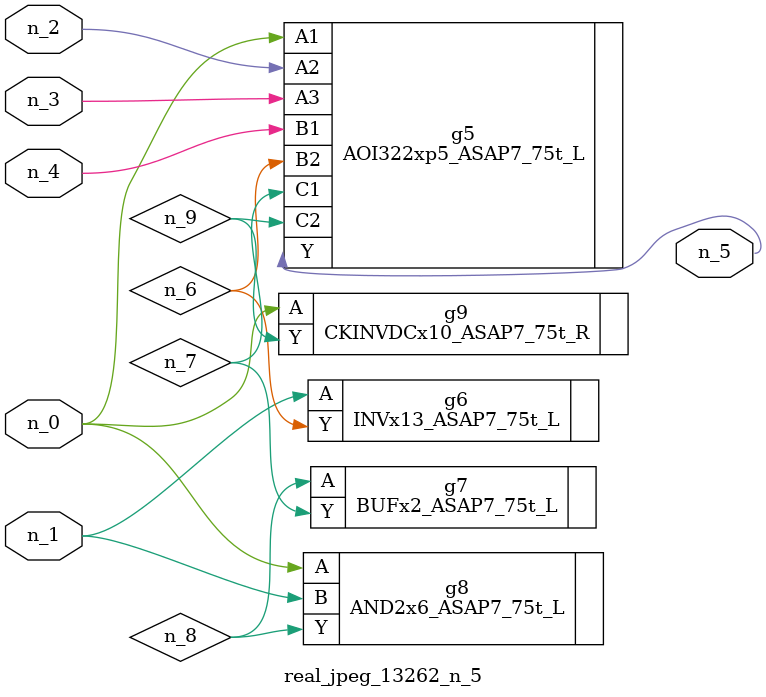
<source format=v>
module real_jpeg_13262_n_5 (n_4, n_0, n_1, n_2, n_3, n_5);

input n_4;
input n_0;
input n_1;
input n_2;
input n_3;

output n_5;

wire n_8;
wire n_6;
wire n_7;
wire n_9;

AOI322xp5_ASAP7_75t_L g5 ( 
.A1(n_0),
.A2(n_2),
.A3(n_3),
.B1(n_4),
.B2(n_6),
.C1(n_7),
.C2(n_9),
.Y(n_5)
);

AND2x6_ASAP7_75t_L g8 ( 
.A(n_0),
.B(n_1),
.Y(n_8)
);

CKINVDCx10_ASAP7_75t_R g9 ( 
.A(n_0),
.Y(n_9)
);

INVx13_ASAP7_75t_L g6 ( 
.A(n_1),
.Y(n_6)
);

BUFx2_ASAP7_75t_L g7 ( 
.A(n_8),
.Y(n_7)
);


endmodule
</source>
